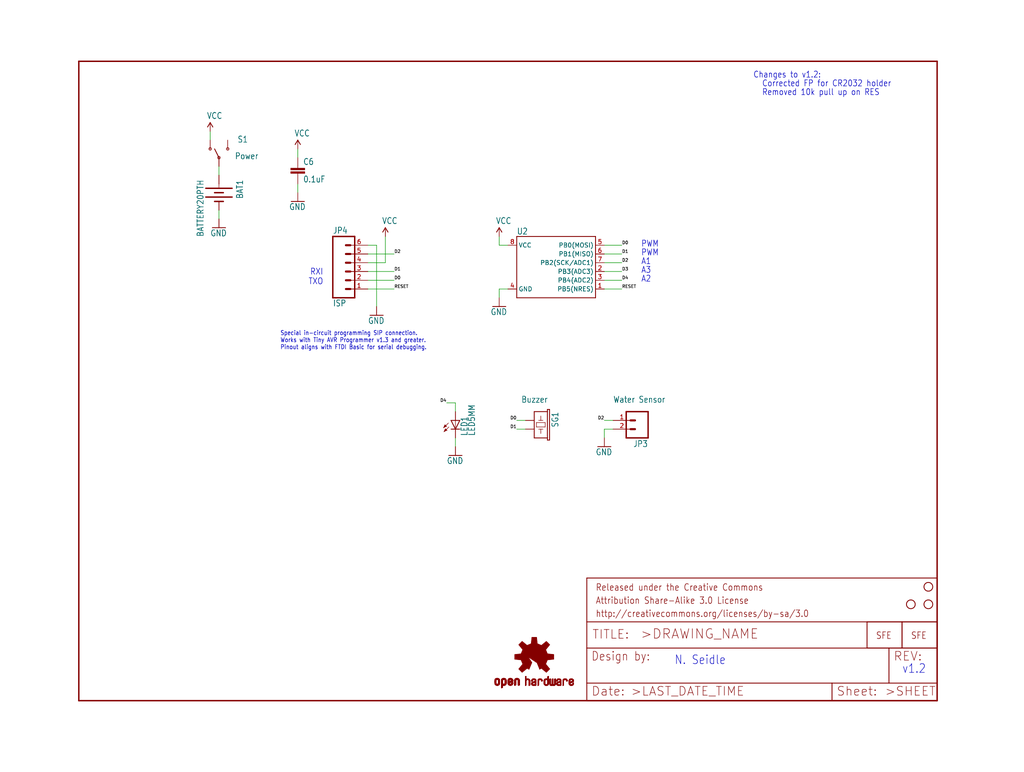
<source format=kicad_sch>
(kicad_sch (version 20211123) (generator eeschema)
  (paper "User" 297.002 223.926)
  (lib_symbols
    (symbol "schematicEagle-eagle-import:ATTINY45TINY85-20-DIP"
      (property "Reference" "U" (at -12.7 10.16 0))
      (property "Value" "ATTINY45TINY85-20-DIP" (at -12.7 -10.16 0))
      (symbol "ATTINY45TINY85-20-DIP_1_0"
        (pin bidirectional line (at 12.7 -5.08 180) (length 2.54) (name "PB5(NRES)") (number "1"))
        (pin bidirectional line (at 12.7 0 180) (length 2.54) (name "PB3(ADC3)") (number "2"))
        (pin bidirectional line (at 12.7 -2.54 180) (length 2.54) (name "PB4(ADC2)") (number "3"))
        (pin bidirectional line (at -15.24 -5.08 0) (length 2.54) (name "GND") (number "4"))
        (pin bidirectional line (at 12.7 7.62 180) (length 2.54) (name "PB0(MOSI)") (number "5"))
        (pin bidirectional line (at 12.7 5.08 180) (length 2.54) (name "PB1(MISO)") (number "6"))
        (pin bidirectional line (at 12.7 2.54 180) (length 2.54) (name "PB2(SCK/ADC1)") (number "7"))
        (pin bidirectional line (at -15.24 7.62 0) (length 2.54) (name "VCC") (number "8"))
      )
    )
    (symbol "schematicEagle-eagle-import:BATTERY20PTH"
      (property "Reference" "BAT" (at -3.81 5.08 0))
      (property "Value" "BATTERY20PTH" (at -3.81 -6.35 0))
      (symbol "BATTERY20PTH_1_0"
        (pin power_in line (at -5.08 0 0) (length 2.54) (name "+") (number "1"))
        (pin power_in line (at 5.08 0 180) (length 2.54) (name "-") (number "2"))
      )
    )
    (symbol "schematicEagle-eagle-import:BUZZERPTH"
      (property "Reference" "SG" (at -2.54 5.08 0))
      (property "Value" "BUZZERPTH" (at 6.35 0 0))
      (symbol "BUZZERPTH_1_0"
        (pin passive line (at 0 -2.54 90) (length 2.54) (name "1") (number "+"))
        (pin passive line (at 2.54 -2.54 90) (length 2.54) (name "2") (number "-"))
      )
    )
    (symbol "schematicEagle-eagle-import:CAPPTH2"
      (property "Reference" "C" (at 1.524 2.921 0))
      (property "Value" "CAPPTH2" (at 1.524 -2.159 0))
      (symbol "CAPPTH2_1_0"
        (pin passive line (at 0 5.08 270) (length 2.54) (name "1") (number "1"))
        (pin passive line (at 0 -2.54 90) (length 2.54) (name "2") (number "2"))
      )
    )
    (symbol "schematicEagle-eagle-import:FRAME-LETTER"
      (symbol "FRAME-LETTER_2_0"
        (text ">DRAWING_NAME" (at 15.494 17.78 0) (effects (font (size 2.7432 2.7432)) (justify left bottom)))
        (text ">LAST_DATE_TIME" (at 12.7 1.27 0) (effects (font (size 2.54 2.54)) (justify left bottom)))
        (text ">SHEET" (at 86.36 1.27 0) (effects (font (size 2.54 2.54)) (justify left bottom)))
        (text "Attribution Share-Alike 3.0 License" (at 2.54 27.94 0) (effects (font (size 1.9304 1.6408)) (justify left bottom)))
        (text "Date:" (at 1.27 1.27 0) (effects (font (size 2.54 2.54)) (justify left bottom)))
        (text "Design by:" (at 1.27 11.43 0) (effects (font (size 2.54 2.159)) (justify left bottom)))
        (text "http://creativecommons.org/licenses/by-sa/3.0" (at 2.54 24.13 0) (effects (font (size 1.9304 1.6408)) (justify left bottom)))
        (text "Released under the Creative Commons" (at 2.54 31.75 0) (effects (font (size 1.9304 1.6408)) (justify left bottom)))
        (text "REV:" (at 88.9 11.43 0) (effects (font (size 2.54 2.54)) (justify left bottom)))
        (text "Sheet:" (at 72.39 1.27 0) (effects (font (size 2.54 2.54)) (justify left bottom)))
        (text "TITLE:" (at 1.524 17.78 0) (effects (font (size 2.54 2.54)) (justify left bottom)))
      )
    )
    (symbol "schematicEagle-eagle-import:GND" (power)
      (property "Value" "GND" (at -2.54 -2.54 0))
      (symbol "GND_1_0"
        (pin power_in line (at 0 2.54 270) (length 2.54) (name "GND") (number "1"))
      )
    )
    (symbol "schematicEagle-eagle-import:LED5MM"
      (property "Reference" "LED" (at 3.556 -4.572 90))
      (property "Value" "LED5MM" (at 5.715 -4.572 90))
      (symbol "LED5MM_1_0"
        (pin passive line (at 0 2.54 270) (length 2.54) (name "A") (number "A"))
        (pin passive line (at 0 -5.08 90) (length 2.54) (name "C") (number "K"))
      )
    )
    (symbol "schematicEagle-eagle-import:LOGO-SFENW2"
      (symbol "LOGO-SFENW2_1_0"
        (text "SFE" (at 0 0 0) (effects (font (size 1.9304 1.6408)) (justify left bottom)))
      )
    )
    (symbol "schematicEagle-eagle-import:LOGO-SFESK"
      (symbol "LOGO-SFESK_1_0"
        (text "SFE" (at 0 0 0) (effects (font (size 1.9304 1.6408)) (justify left bottom)))
      )
    )
    (symbol "schematicEagle-eagle-import:M02PTH"
      (property "Reference" "JP" (at -2.54 5.842 0))
      (property "Value" "M02PTH" (at -2.54 -5.08 0))
      (symbol "M02PTH_1_0"
        (pin passive line (at 7.62 0 180) (length 5.08) (name "1") (number "1"))
        (pin passive line (at 7.62 2.54 180) (length 5.08) (name "2") (number "2"))
      )
    )
    (symbol "schematicEagle-eagle-import:M06SIP"
      (property "Reference" "JP" (at -5.08 10.922 0))
      (property "Value" "M06SIP" (at -5.08 -10.16 0))
      (symbol "M06SIP_1_0"
        (pin passive line (at 5.08 -5.08 180) (length 5.08) (name "1") (number "1"))
        (pin passive line (at 5.08 -2.54 180) (length 5.08) (name "2") (number "2"))
        (pin passive line (at 5.08 0 180) (length 5.08) (name "3") (number "3"))
        (pin passive line (at 5.08 2.54 180) (length 5.08) (name "4") (number "4"))
        (pin passive line (at 5.08 5.08 180) (length 5.08) (name "5") (number "5"))
        (pin passive line (at 5.08 7.62 180) (length 5.08) (name "6") (number "6"))
      )
    )
    (symbol "schematicEagle-eagle-import:OSHW-LOGOS")
    (symbol "schematicEagle-eagle-import:STAND-OFF")
    (symbol "schematicEagle-eagle-import:SWITCH-SPDTPTH"
      (property "Reference" "S" (at -1.905 -6.35 0))
      (property "Value" "SWITCH-SPDTPTH" (at -2.54 3.81 0))
      (symbol "SWITCH-SPDTPTH_1_0"
        (pin passive line (at 5.08 2.54 180) (length 2.54) (name "O") (number "1"))
        (pin passive line (at -2.54 0 0) (length 2.54) (name "P") (number "2"))
        (pin passive line (at 5.08 -2.54 180) (length 2.54) (name "S") (number "3"))
      )
    )
    (symbol "schematicEagle-eagle-import:VCC" (power)
      (property "Value" "VCC" (at -1.016 3.556 0))
      (symbol "VCC_1_0"
        (pin power_in line (at 0 0 90) (length 2.54) (name "VCC") (number "1"))
      )
    )
  )
  (wire (pts (xy 86.36 45.72) (xy 86.36 43.18)))
  (wire (pts (xy 106.68 83.82) (xy 114.3 83.82)))
  (wire (pts (xy 175.26 83.82) (xy 180.34 83.82)))
  (wire (pts (xy 132.08 129.54) (xy 132.08 127)))
  (wire (pts (xy 177.8 121.92) (xy 175.26 121.92)))
  (wire (pts (xy 63.5 48.26) (xy 63.5 50.8)))
  (wire (pts (xy 86.36 55.88) (xy 86.36 53.34)))
  (wire (pts (xy 111.76 76.2) (xy 111.76 68.58)))
  (wire (pts (xy 175.26 71.12) (xy 180.34 71.12)))
  (wire (pts (xy 106.68 73.66) (xy 114.3 73.66)))
  (wire (pts (xy 175.26 73.66) (xy 180.34 73.66)))
  (wire (pts (xy 106.68 76.2) (xy 111.76 76.2)))
  (wire (pts (xy 175.26 76.2) (xy 180.34 76.2)))
  (wire (pts (xy 106.68 81.28) (xy 114.3 81.28)))
  (wire (pts (xy 63.5 63.5) (xy 63.5 60.96)))
  (wire (pts (xy 175.26 124.46) (xy 175.26 127)))
  (wire (pts (xy 147.32 71.12) (xy 144.78 71.12)))
  (wire (pts (xy 175.26 81.28) (xy 180.34 81.28)))
  (wire (pts (xy 152.4 121.92) (xy 149.86 121.92)))
  (wire (pts (xy 106.68 78.74) (xy 114.3 78.74)))
  (wire (pts (xy 175.26 78.74) (xy 180.34 78.74)))
  (wire (pts (xy 60.96 38.1) (xy 60.96 40.64)))
  (wire (pts (xy 109.22 71.12) (xy 109.22 88.9)))
  (wire (pts (xy 147.32 83.82) (xy 144.78 83.82)))
  (wire (pts (xy 152.4 124.46) (xy 149.86 124.46)))
  (wire (pts (xy 106.68 71.12) (xy 109.22 71.12)))
  (wire (pts (xy 144.78 71.12) (xy 144.78 68.58)))
  (wire (pts (xy 144.78 83.82) (xy 144.78 86.36)))
  (wire (pts (xy 177.8 124.46) (xy 175.26 124.46)))
  (wire (pts (xy 132.08 119.38) (xy 132.08 116.84)))
  (wire (pts (xy 132.08 116.84) (xy 129.54 116.84)))
  (text "v1.2" (at 261.62 195.58 180) (effects (font (size 2.54 2.159)) (justify left bottom)))
  (text "PWM" (at 185.928 71.882 180) (effects (font (size 1.778 1.5113)) (justify left bottom)))
  (text "PWM" (at 185.928 74.422 180) (effects (font (size 1.778 1.5113)) (justify left bottom)))
  (text "RXI" (at 89.916 80.01 180) (effects (font (size 1.778 1.5113)) (justify left bottom)))
  (text "A2" (at 185.928 82.042 180) (effects (font (size 1.778 1.5113)) (justify left bottom)))
  (text "TXO" (at 89.408 82.804 180) (effects (font (size 1.778 1.5113)) (justify left bottom)))
  (text "Removed 10k pull up on RES" (at 220.98 27.94 180) (effects (font (size 1.778 1.5113)) (justify left bottom)))
  (text "Special in-circuit programming SIP connection.\nWorks with Tiny AVR Programmer v1.3 and greater.\nPinout aligns with FTDI Basic for serial debugging." (at 81.28 101.6 0) (effects (font (size 1.27 1.0795)) (justify left bottom)))
  (text "A3" (at 185.928 79.502 180) (effects (font (size 1.778 1.5113)) (justify left bottom)))
  (text "A1" (at 185.928 76.962 180) (effects (font (size 1.778 1.5113)) (justify left bottom)))
  (text "N. Seidle" (at 195.58 193.04 180) (effects (font (size 2.54 2.159)) (justify left bottom)))
  (text "Corrected FP for CR2032 holder" (at 220.98 25.4 180) (effects (font (size 1.778 1.5113)) (justify left bottom)))
  (text "Changes to v1.2:" (at 218.44 22.86 180) (effects (font (size 1.778 1.5113)) (justify left bottom)))
  (label "D2" (at 180.34 76.2 0) (effects (font (size 0.889 0.889))))
  (label "D3" (at 180.34 78.74 0) (effects (font (size 0.889 0.889))))
  (label "D1" (at 180.34 73.66 0) (effects (font (size 0.889 0.889))))
  (label "D1" (at 149.86 124.46 180) (effects (font (size 0.889 0.889))))
  (label "D4" (at 180.34 81.28 0) (effects (font (size 0.889 0.889))))
  (label "D1" (at 114.3 78.74 0) (effects (font (size 0.889 0.889))))
  (label "D0" (at 114.3 81.28 0) (effects (font (size 0.889 0.889))))
  (label "RESET" (at 114.3 83.82 0) (effects (font (size 0.889 0.889))))
  (label "D4" (at 129.54 116.84 180) (effects (font (size 0.889 0.889))))
  (label "D0" (at 149.86 121.92 180) (effects (font (size 0.889 0.889))))
  (label "RESET" (at 180.34 83.82 0) (effects (font (size 0.889 0.889))))
  (label "D2" (at 175.26 121.92 180) (effects (font (size 0.889 0.889))))
  (label "D2" (at 114.3 73.66 0) (effects (font (size 0.889 0.889))))
  (label "D0" (at 180.34 71.12 0) (effects (font (size 0.889 0.889))))
  (symbol (lib_id "schematicEagle-eagle-import:GND") (at 86.36 58.42 0) (unit 1)
    (property "Reference" "#GND23" (effects hide))
    (property "Value" "GND" (at 83.82 60.96 0) (effects (font (size 1.778 1.5113)) (justify left bottom)))
    (property "Footprint" "schematicEagle:" (effects hide))
  )
  (symbol (lib_id "schematicEagle-eagle-import:VCC") (at 86.36 43.18 0) (unit 1)
    (property "Reference" "#P+3" (effects hide))
    (property "Value" "VCC" (at 85.344 39.624 0) (effects (font (size 1.778 1.5113)) (justify left bottom)))
    (property "Footprint" "schematicEagle:" (effects hide))
  )
  (symbol (lib_id "schematicEagle-eagle-import:STAND-OFF") (at 269.24 175.26 0) (unit 1)
    (property "Reference" "STANDOFF3" (effects hide))
    (property "Value" "STAND-OFF" (effects hide))
    (property "Footprint" "schematicEagle:STAND-OFF" (effects hide))
  )
  (symbol (lib_id "schematicEagle-eagle-import:STAND-OFF") (at 264.16 175.26 0) (unit 1)
    (property "Reference" "STANDOFF4" (effects hide))
    (property "Value" "STAND-OFF" (effects hide))
    (property "Footprint" "schematicEagle:STAND-OFF" (effects hide))
  )
  (symbol (lib_id "schematicEagle-eagle-import:GND") (at 175.26 129.54 0) (unit 1)
    (property "Reference" "#GND9" (effects hide))
    (property "Value" "GND" (at 172.72 132.08 0) (effects (font (size 1.778 1.5113)) (justify left bottom)))
    (property "Footprint" "schematicEagle:" (effects hide))
  )
  (symbol (lib_id "schematicEagle-eagle-import:LOGO-SFESK") (at 264.16 185.42 0) (unit 1)
    (property "Reference" "U$1" (effects hide))
    (property "Value" "LOGO-SFESK" (effects hide))
    (property "Footprint" "schematicEagle:SFE-LOGO-FLAME" (effects hide))
  )
  (symbol (lib_id "schematicEagle-eagle-import:GND") (at 109.22 91.44 0) (unit 1)
    (property "Reference" "#GND1" (effects hide))
    (property "Value" "GND" (at 106.68 93.98 0) (effects (font (size 1.778 1.5113)) (justify left bottom)))
    (property "Footprint" "schematicEagle:" (effects hide))
  )
  (symbol (lib_id "schematicEagle-eagle-import:SWITCH-SPDTPTH") (at 63.5 45.72 90) (unit 1)
    (property "Reference" "S1" (at 68.834 41.402 90) (effects (font (size 1.778 1.5113)) (justify right top)))
    (property "Value" "Power" (at 68.072 46.228 90) (effects (font (size 1.778 1.5113)) (justify right top)))
    (property "Footprint" "schematicEagle:SWITCH-SPDT" (effects hide))
  )
  (symbol (lib_id "schematicEagle-eagle-import:ATTINY45TINY85-20-DIP") (at 162.56 78.74 0) (unit 1)
    (property "Reference" "U2" (at 149.86 68.072 0) (effects (font (size 1.778 1.5113)) (justify left bottom)))
    (property "Value" "TINY85-20-DIP" (at 149.86 88.9 0) (effects (font (size 1.778 1.5113)) (justify left bottom)))
    (property "Footprint" "schematicEagle:DIP08" (effects hide))
    (property "Value" "TINY85-20-DIP" (effects hide))
    (property "Value" "TINY85-20-DIP" (effects hide))
  )
  (symbol (lib_id "schematicEagle-eagle-import:OSHW-LOGOS") (at 154.94 190.5 0) (unit 1)
    (property "Reference" "U$4" (effects hide))
    (property "Value" "OSHW-LOGOS" (effects hide))
    (property "Footprint" "schematicEagle:OSHW-LOGO-S" (effects hide))
  )
  (symbol (lib_id "schematicEagle-eagle-import:GND") (at 132.08 132.08 0) (unit 1)
    (property "Reference" "#GND8" (effects hide))
    (property "Value" "GND" (at 129.54 134.62 0) (effects (font (size 1.778 1.5113)) (justify left bottom)))
    (property "Footprint" "schematicEagle:" (effects hide))
  )
  (symbol (lib_id "schematicEagle-eagle-import:CAPPTH2") (at 86.36 50.8 0) (unit 1)
    (property "Reference" "C6" (at 87.884 47.879 0) (effects (font (size 1.778 1.5113)) (justify left bottom)))
    (property "Value" "0.1uF" (at 87.884 52.959 0) (effects (font (size 1.778 1.5113)) (justify left bottom)))
    (property "Footprint" "schematicEagle:CAP-PTH-SMALL2" (effects hide))
  )
  (symbol (lib_id "schematicEagle-eagle-import:BATTERY20PTH") (at 63.5 55.88 270) (unit 1)
    (property "Reference" "BAT1" (at 68.58 52.07 0) (effects (font (size 1.778 1.5113)) (justify left bottom)))
    (property "Value" "BATTERY20PTH" (at 57.15 52.07 0) (effects (font (size 1.778 1.5113)) (justify left bottom)))
    (property "Footprint" "schematicEagle:BATTCOM_20MM_PTH" (effects hide))
  )
  (symbol (lib_id "schematicEagle-eagle-import:FRAME-LETTER") (at 170.18 203.2 0) (unit 2)
    (property "Reference" "FRAME2" (effects hide))
    (property "Value" "FRAME-LETTER" (effects hide))
    (property "Footprint" "schematicEagle:CREATIVE_COMMONS" (effects hide))
  )
  (symbol (lib_id "schematicEagle-eagle-import:GND") (at 144.78 88.9 0) (unit 1)
    (property "Reference" "#GND5" (effects hide))
    (property "Value" "GND" (at 142.24 91.44 0) (effects (font (size 1.778 1.5113)) (justify left bottom)))
    (property "Footprint" "schematicEagle:" (effects hide))
  )
  (symbol (lib_id "schematicEagle-eagle-import:FRAME-LETTER") (at 22.86 203.2 0) (unit 1)
    (property "Reference" "FRAME2" (effects hide))
    (property "Value" "FRAME-LETTER" (effects hide))
    (property "Footprint" "schematicEagle:CREATIVE_COMMONS" (effects hide))
  )
  (symbol (lib_id "schematicEagle-eagle-import:STAND-OFF") (at 269.24 170.18 0) (unit 1)
    (property "Reference" "STANDOFF1" (effects hide))
    (property "Value" "STAND-OFF" (effects hide))
    (property "Footprint" "schematicEagle:STAND-OFF" (effects hide))
  )
  (symbol (lib_id "schematicEagle-eagle-import:LED5MM") (at 132.08 121.92 0) (unit 1)
    (property "Reference" "LED1" (at 135.636 126.492 90) (effects (font (size 1.778 1.5113)) (justify left bottom)))
    (property "Value" "LED5MM" (at 137.795 126.492 90) (effects (font (size 1.778 1.5113)) (justify left bottom)))
    (property "Footprint" "schematicEagle:LED5MM" (effects hide))
  )
  (symbol (lib_id "schematicEagle-eagle-import:M06SIP") (at 101.6 78.74 0) (unit 1)
    (property "Reference" "JP4" (at 96.52 67.818 0) (effects (font (size 1.778 1.5113)) (justify left bottom)))
    (property "Value" "ISP" (at 96.52 88.9 0) (effects (font (size 1.778 1.5113)) (justify left bottom)))
    (property "Footprint" "schematicEagle:1X06" (effects hide))
  )
  (symbol (lib_id "schematicEagle-eagle-import:LOGO-SFENW2") (at 254 185.42 0) (unit 1)
    (property "Reference" "U$5" (effects hide))
    (property "Value" "LOGO-SFENW2" (effects hide))
    (property "Footprint" "schematicEagle:SFE-NEW-WEB" (effects hide))
  )
  (symbol (lib_id "schematicEagle-eagle-import:VCC") (at 60.96 38.1 0) (unit 1)
    (property "Reference" "#P+2" (effects hide))
    (property "Value" "VCC" (at 59.944 34.544 0) (effects (font (size 1.778 1.5113)) (justify left bottom)))
    (property "Footprint" "schematicEagle:" (effects hide))
  )
  (symbol (lib_id "schematicEagle-eagle-import:VCC") (at 111.76 68.58 0) (unit 1)
    (property "Reference" "#P+4" (effects hide))
    (property "Value" "VCC" (at 110.744 65.024 0) (effects (font (size 1.778 1.5113)) (justify left bottom)))
    (property "Footprint" "schematicEagle:" (effects hide))
  )
  (symbol (lib_id "schematicEagle-eagle-import:M02PTH") (at 185.42 121.92 180) (unit 1)
    (property "Reference" "JP3" (at 187.96 127.762 0) (effects (font (size 1.778 1.5113)) (justify left bottom)))
    (property "Value" "Water Sensor" (at 177.8 116.84 0) (effects (font (size 1.778 1.5113)) (justify right top)))
    (property "Footprint" "schematicEagle:1X02" (effects hide))
  )
  (symbol (lib_id "schematicEagle-eagle-import:GND") (at 63.5 66.04 0) (unit 1)
    (property "Reference" "#GND7" (effects hide))
    (property "Value" "GND" (at 60.96 68.58 0) (effects (font (size 1.778 1.5113)) (justify left bottom)))
    (property "Footprint" "schematicEagle:" (effects hide))
  )
  (symbol (lib_id "schematicEagle-eagle-import:BUZZERPTH") (at 154.94 121.92 270) (unit 1)
    (property "Reference" "SG1" (at 160.02 119.38 0) (effects (font (size 1.778 1.5113)) (justify left bottom)))
    (property "Value" "Buzzer" (at 151.13 116.84 90) (effects (font (size 1.778 1.5113)) (justify left bottom)))
    (property "Footprint" "schematicEagle:BUZZER-12MM" (effects hide))
  )
  (symbol (lib_id "schematicEagle-eagle-import:VCC") (at 144.78 68.58 0) (unit 1)
    (property "Reference" "#P+5" (effects hide))
    (property "Value" "VCC" (at 143.764 65.024 0) (effects (font (size 1.778 1.5113)) (justify left bottom)))
    (property "Footprint" "schematicEagle:" (effects hide))
  )
)
</source>
